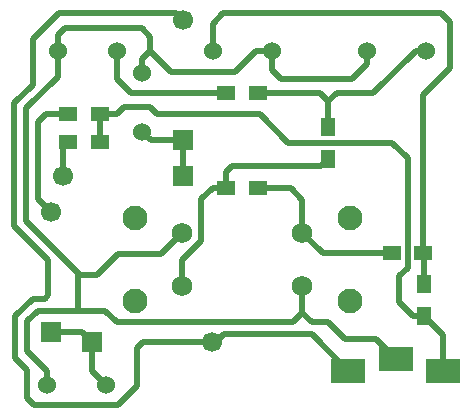
<source format=gbl>
%TF.GenerationSoftware,KiCad,Pcbnew,4.0.4-stable*%
%TF.CreationDate,2016-09-26T21:41:57+01:00*%
%TF.ProjectId,ControlesVolante,436F6E74726F6C6573566F6C616E7465,rev?*%
%TF.FileFunction,Copper,L2,Bot,Signal*%
%FSLAX46Y46*%
G04 Gerber Fmt 4.6, Leading zero omitted, Abs format (unit mm)*
G04 Created by KiCad (PCBNEW 4.0.4-stable) date Mon Sep 26 21:41:57 2016*
%MOMM*%
%LPD*%
G01*
G04 APERTURE LIST*
%ADD10C,0.100000*%
%ADD11C,1.699260*%
%ADD12R,1.699260X1.699260*%
%ADD13R,3.000000X2.000000*%
%ADD14R,1.300000X1.500000*%
%ADD15R,1.500000X1.300000*%
%ADD16C,1.524000*%
%ADD17C,2.100000*%
%ADD18C,1.750000*%
%ADD19C,0.508000*%
G04 APERTURE END LIST*
D10*
D11*
X175070520Y-115297460D03*
D12*
X164910520Y-115297460D03*
D13*
X194610000Y-117700000D03*
X186610000Y-117700000D03*
X190610000Y-116700000D03*
D11*
X161407460Y-104239480D03*
D12*
X161407460Y-114399480D03*
D11*
X172607460Y-88039480D03*
D12*
X172607460Y-98199480D03*
D11*
X162449480Y-101202540D03*
D12*
X172609480Y-101202540D03*
D14*
X193010000Y-110350000D03*
X193010000Y-113050000D03*
D15*
X190260000Y-107700000D03*
X192960000Y-107700000D03*
X176260000Y-102200000D03*
X178960000Y-102200000D03*
D14*
X184910000Y-97050000D03*
X184910000Y-99750000D03*
D15*
X176260000Y-94200000D03*
X178960000Y-94200000D03*
X162860000Y-96000000D03*
X165560000Y-96000000D03*
X165560000Y-98300000D03*
X162860000Y-98300000D03*
D16*
X175110000Y-90600000D03*
X180110000Y-90600000D03*
X193210000Y-90600000D03*
X188210000Y-90600000D03*
X167010000Y-90600000D03*
X162010000Y-90600000D03*
X166110000Y-118900000D03*
X161110000Y-118900000D03*
X169110000Y-97450000D03*
X169110000Y-92450000D03*
D17*
X186710000Y-104740000D03*
D18*
X182710000Y-106000000D03*
X182710000Y-110500000D03*
D17*
X186710000Y-111750000D03*
X168510000Y-111760000D03*
D18*
X172510000Y-110500000D03*
X172510000Y-106000000D03*
D17*
X168510000Y-104750000D03*
D19*
X191610000Y-99700000D02*
X191610000Y-109000000D01*
X170410000Y-96000000D02*
X169810000Y-95400000D01*
X169810000Y-95400000D02*
X167610000Y-95400000D01*
X167610000Y-95400000D02*
X167010000Y-96000000D01*
X165560000Y-96000000D02*
X167010000Y-96000000D01*
X181510000Y-98400000D02*
X179110000Y-96000000D01*
X190310000Y-98400000D02*
X181510000Y-98400000D01*
X191610000Y-99700000D02*
X190310000Y-98400000D01*
X179110000Y-96000000D02*
X170410000Y-96000000D01*
X190910000Y-111900000D02*
X192060000Y-113050000D01*
X190910000Y-109700000D02*
X190910000Y-111900000D01*
X191610000Y-109000000D02*
X190910000Y-109700000D01*
X192060000Y-113050000D02*
X193010000Y-113050000D01*
X192060000Y-113050000D02*
X191610000Y-112600000D01*
X193010000Y-113050000D02*
X192060000Y-113050000D01*
X165560000Y-96000000D02*
X165560000Y-98300000D01*
X165560000Y-96000000D02*
X165810000Y-96000000D01*
X194610000Y-117700000D02*
X194610000Y-114650000D01*
X194610000Y-114650000D02*
X193010000Y-113050000D01*
X183526002Y-114616002D02*
X186610000Y-117700000D01*
X176110000Y-114616002D02*
X183526002Y-114616002D01*
X175428542Y-115297460D02*
X176110000Y-114616002D01*
X175070520Y-115297460D02*
X175428542Y-115297460D01*
X159410000Y-117600000D02*
X159410000Y-120000000D01*
X160926002Y-111583998D02*
X161210000Y-111300000D01*
X161210000Y-111300000D02*
X161210000Y-108336844D01*
X161210000Y-108336844D02*
X158309710Y-105436554D01*
X158309710Y-105436554D02*
X158309710Y-95063446D01*
X158309710Y-95063446D02*
X159910000Y-93463156D01*
X159910000Y-93463156D02*
X159910000Y-89600000D01*
X159910000Y-89600000D02*
X162110000Y-87400000D01*
X162110000Y-87400000D02*
X171967980Y-87400000D01*
X172607460Y-88039480D02*
X171967980Y-87400000D01*
X167110000Y-120600000D02*
X168710000Y-119000000D01*
X168710000Y-119000000D02*
X168710000Y-115800000D01*
X168710000Y-115800000D02*
X169212540Y-115297460D01*
X169212540Y-115297460D02*
X175070520Y-115297460D01*
X159410000Y-117600000D02*
X158393998Y-116583998D01*
X158393998Y-116583998D02*
X158393998Y-113079158D01*
X158393998Y-113079158D02*
X159889158Y-111583998D01*
X159889158Y-111583998D02*
X160926002Y-111583998D01*
X160010000Y-120600000D02*
X167110000Y-120600000D01*
X159410000Y-120000000D02*
X160010000Y-120600000D01*
X172207460Y-87639480D02*
X172607460Y-88039480D01*
X175070520Y-115055482D02*
X175070520Y-115297460D01*
X175070520Y-115297460D02*
X175070520Y-115276522D01*
X186610000Y-117700000D02*
X186610000Y-117100000D01*
X182710000Y-112700000D02*
X182710000Y-112800000D01*
X182710000Y-112800000D02*
X183510000Y-113600000D01*
X188910000Y-115000000D02*
X190610000Y-116700000D01*
X186310000Y-115000000D02*
X188910000Y-115000000D01*
X184910000Y-113600000D02*
X186310000Y-115000000D01*
X183510000Y-113600000D02*
X184910000Y-113600000D01*
X182710000Y-110500000D02*
X182710000Y-112700000D01*
X166010000Y-112600000D02*
X163510000Y-112600000D01*
X166010000Y-112600000D02*
X167010000Y-113600000D01*
X181910000Y-113600000D02*
X167010000Y-113600000D01*
X182710000Y-112800000D02*
X181910000Y-113600000D01*
X182610000Y-110600000D02*
X182710000Y-110500000D01*
X190610000Y-116700000D02*
X189610000Y-116700000D01*
X163510000Y-112600000D02*
X163710000Y-112400000D01*
X163710000Y-110100000D02*
X163710000Y-112400000D01*
X163710000Y-110100000D02*
X163710000Y-109600000D01*
X160310000Y-112600000D02*
X163510000Y-112600000D01*
X161110000Y-118900000D02*
X161110000Y-117700000D01*
X159410000Y-113500000D02*
X160310000Y-112600000D01*
X159410000Y-116000000D02*
X159410000Y-113500000D01*
X161110000Y-117700000D02*
X159410000Y-116000000D01*
X163710000Y-109600000D02*
X165310000Y-109600000D01*
X165310000Y-109600000D02*
X167110000Y-107800000D01*
X167110000Y-107800000D02*
X170710000Y-107800000D01*
X170710000Y-107800000D02*
X172510000Y-106000000D01*
X162010000Y-90600000D02*
X162010000Y-92800000D01*
X159325712Y-105015712D02*
X163810000Y-109500000D01*
X159325712Y-95484288D02*
X159325712Y-105015712D01*
X162010000Y-92800000D02*
X159325712Y-95484288D01*
X163810000Y-109500000D02*
X163710000Y-109600000D01*
X169110000Y-92450000D02*
X169110000Y-91300000D01*
X169110000Y-91300000D02*
X169810000Y-90600000D01*
X161210000Y-118900000D02*
X161110000Y-118900000D01*
X180110000Y-90600000D02*
X178810000Y-90600000D01*
X178810000Y-90600000D02*
X177010000Y-92400000D01*
X177010000Y-92400000D02*
X171610000Y-92400000D01*
X171610000Y-92400000D02*
X169810000Y-90600000D01*
X169810000Y-90600000D02*
X169810000Y-89400000D01*
X169810000Y-89400000D02*
X169110000Y-88700000D01*
X169110000Y-88700000D02*
X162610000Y-88700000D01*
X162610000Y-88700000D02*
X162010000Y-89300000D01*
X162010000Y-89300000D02*
X162010000Y-90600000D01*
X180110000Y-92200000D02*
X180110000Y-90600000D01*
X180910000Y-93000000D02*
X180110000Y-92200000D01*
X186910000Y-93000000D02*
X180910000Y-93000000D01*
X188210000Y-91700000D02*
X186910000Y-93000000D01*
X188210000Y-90600000D02*
X188210000Y-91700000D01*
X161407460Y-114399480D02*
X164012540Y-114399480D01*
X164012540Y-114399480D02*
X164910520Y-115297460D01*
X161407460Y-114399480D02*
X161609480Y-114399480D01*
X164910520Y-115297460D02*
X164910520Y-117700520D01*
X164910520Y-117700520D02*
X166110000Y-118900000D01*
X193010000Y-110350000D02*
X193010000Y-107750000D01*
X193010000Y-107750000D02*
X192960000Y-107700000D01*
X192960000Y-107700000D02*
X192960000Y-94350000D01*
X192960000Y-94350000D02*
X195210000Y-92100000D01*
X195210000Y-92100000D02*
X195210000Y-88200000D01*
X195210000Y-88200000D02*
X194410000Y-87400000D01*
X175110000Y-88300000D02*
X176010000Y-87400000D01*
X176010000Y-87400000D02*
X194410000Y-87400000D01*
X175110000Y-88300000D02*
X175110000Y-90600000D01*
X182710000Y-106000000D02*
X182710000Y-103200000D01*
X181710000Y-102200000D02*
X178960000Y-102200000D01*
X182710000Y-103200000D02*
X181710000Y-102200000D01*
X190260000Y-107700000D02*
X184410000Y-107700000D01*
X184410000Y-107700000D02*
X182710000Y-106000000D01*
X172510000Y-110500000D02*
X172510000Y-108350000D01*
X175100000Y-102200000D02*
X176260000Y-102200000D01*
X174160000Y-103140000D02*
X175100000Y-102200000D01*
X174160000Y-106700000D02*
X174160000Y-103140000D01*
X172510000Y-108350000D02*
X174160000Y-106700000D01*
X176260000Y-102200000D02*
X176260000Y-100850000D01*
X184260000Y-100400000D02*
X184910000Y-99750000D01*
X176260000Y-100850000D02*
X176710000Y-100400000D01*
X176710000Y-100400000D02*
X184260000Y-100400000D01*
X193210000Y-90600000D02*
X192310000Y-90600000D01*
X185610000Y-94200000D02*
X184910000Y-94900000D01*
X188710000Y-94200000D02*
X185610000Y-94200000D01*
X192310000Y-90600000D02*
X188710000Y-94200000D01*
X178960000Y-94200000D02*
X184210000Y-94200000D01*
X184910000Y-94900000D02*
X184910000Y-97050000D01*
X184210000Y-94200000D02*
X184910000Y-94900000D01*
X160341714Y-103173734D02*
X161407460Y-104239480D01*
X160341714Y-96668286D02*
X160341714Y-103173734D01*
X161010000Y-96000000D02*
X160341714Y-96668286D01*
X162860000Y-96000000D02*
X161010000Y-96000000D01*
X172609480Y-101202540D02*
X172609480Y-98201500D01*
X172609480Y-98201500D02*
X172607460Y-98199480D01*
X172607460Y-98199480D02*
X169859480Y-98199480D01*
X169859480Y-98199480D02*
X169110000Y-97450000D01*
X162449480Y-98710520D02*
X162860000Y-98300000D01*
X162449480Y-101202540D02*
X162449480Y-98710520D01*
X167010000Y-90600000D02*
X167010000Y-93000000D01*
X167010000Y-93000000D02*
X168210000Y-94200000D01*
X168210000Y-94200000D02*
X176260000Y-94200000D01*
X167338838Y-90928838D02*
X167010000Y-90600000D01*
M02*

</source>
